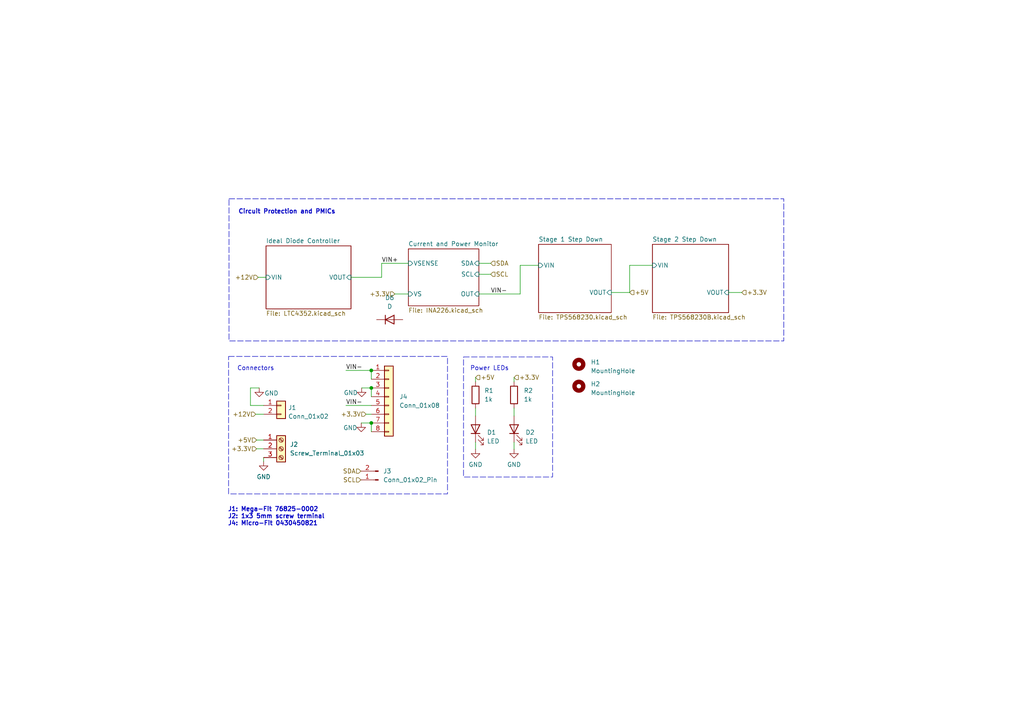
<source format=kicad_sch>
(kicad_sch (version 20240101) (generator "eeschema") (generator_version "8.99")
  (paper "A4")
  (title_block (title "Power Board") (date "2023-11-27") (rev "V2.0") (company "MUREX Robotics [Max Liu]") (comment 1 "// INNOVATION IS OUR OBSESSION.") (comment 2 "// THINK DIFFERENT, THINK MUREX.") (comment 3 "module designed for ROV applications and other 12V/5V/3.3V DC systems.") (comment 4 "The MUREX Power Board is the world's smallest open-source dual output, high power"))
  (lib_symbols
    (symbol "Connector:Conn_01x02_Pin" (pin_names (offset 1.016) hide)
      (property "Reference" "J" (at 0 2.54 0))
      (property "Value" "Conn_01x02_Pin" (at 0 -5.08 0))
      (symbol "Conn_01x02_Pin_1_1"
        (polyline (pts (xy 1.27 -2.54) (xy 0.8636 -2.54)) (stroke (width 0.1524)))
        (polyline (pts (xy 1.27 0) (xy 0.8636 0)) (stroke (width 0.1524)))
        (rectangle (start 0.8636 -2.413) (end 0 -2.667) (stroke (width 0.1524)) (fill (type outline)))
        (rectangle (start 0.8636 0.127) (end 0 -0.127) (stroke (width 0.1524)) (fill (type outline)))
        (pin passive line (at 5.08 0 180) (length 3.81) (name "Pin_1") (number "1"))
        (pin passive line (at 5.08 -2.54 180) (length 3.81) (name "Pin_2") (number "2"))
      )
    )
    (symbol "Connector:Screw_Terminal_01x03" (pin_names (offset 1.016) hide)
      (property "Reference" "J" (at 0 5.08 0))
      (property "Value" "Screw_Terminal_01x03" (at 0 -5.08 0))
      (symbol "Screw_Terminal_01x03_1_1"
        (rectangle (start -1.27 3.81) (end 1.27 -3.81) (stroke (width 0.254)) (fill (type background)))
        (circle (center 0 -2.54) (radius 0.635) (stroke (width 0.1524)))
        (polyline (pts (xy -0.5334 -2.2098) (xy 0.3302 -3.048)) (stroke (width 0.1524)))
        (polyline (pts (xy -0.5334 0.3302) (xy 0.3302 -0.508)) (stroke (width 0.1524)))
        (polyline (pts (xy -0.5334 2.8702) (xy 0.3302 2.032)) (stroke (width 0.1524)))
        (polyline (pts (xy -0.3556 -2.032) (xy 0.508 -2.8702)) (stroke (width 0.1524)))
        (polyline (pts (xy -0.3556 0.508) (xy 0.508 -0.3302)) (stroke (width 0.1524)))
        (polyline (pts (xy -0.3556 3.048) (xy 0.508 2.2098)) (stroke (width 0.1524)))
        (circle (center 0 0) (radius 0.635) (stroke (width 0.1524)))
        (circle (center 0 2.54) (radius 0.635) (stroke (width 0.1524)))
        (pin passive line (at -5.08 2.54 0) (length 3.81) (name "Pin_1") (number "1"))
        (pin passive line (at -5.08 0 0) (length 3.81) (name "Pin_2") (number "2"))
        (pin passive line (at -5.08 -2.54 0) (length 3.81) (name "Pin_3") (number "3"))
      )
    )
    (symbol "Connector_Generic:Conn_01x02" (pin_names (offset 1.016) hide)
      (property "Reference" "J" (at 0 2.54 0))
      (property "Value" "Conn_01x02" (at 0 -5.08 0))
      (symbol "Conn_01x02_1_1"
        (rectangle (start -1.27 -2.413) (end 0 -2.667) (stroke (width 0.1524)))
        (rectangle (start -1.27 0.127) (end 0 -0.127) (stroke (width 0.1524)))
        (rectangle (start -1.27 1.27) (end 1.27 -3.81) (stroke (width 0.254)) (fill (type background)))
        (pin passive line (at -5.08 0 0) (length 3.81) (name "Pin_1") (number "1"))
        (pin passive line (at -5.08 -2.54 0) (length 3.81) (name "Pin_2") (number "2"))
      )
    )
    (symbol "Connector_Generic:Conn_01x08" (pin_names (offset 1.016) hide)
      (property "Reference" "J" (at 0 10.16 0))
      (property "Value" "Conn_01x08" (at 0 -12.7 0))
      (symbol "Conn_01x08_1_1"
        (rectangle (start -1.27 -10.033) (end 0 -10.287) (stroke (width 0.1524)))
        (rectangle (start -1.27 -7.493) (end 0 -7.747) (stroke (width 0.1524)))
        (rectangle (start -1.27 -4.953) (end 0 -5.207) (stroke (width 0.1524)))
        (rectangle (start -1.27 -2.413) (end 0 -2.667) (stroke (width 0.1524)))
        (rectangle (start -1.27 0.127) (end 0 -0.127) (stroke (width 0.1524)))
        (rectangle (start -1.27 2.667) (end 0 2.413) (stroke (width 0.1524)))
        (rectangle (start -1.27 5.207) (end 0 4.953) (stroke (width 0.1524)))
        (rectangle (start -1.27 7.747) (end 0 7.493) (stroke (width 0.1524)))
        (rectangle (start -1.27 8.89) (end 1.27 -11.43) (stroke (width 0.254)) (fill (type background)))
        (pin passive line (at -5.08 7.62 0) (length 3.81) (name "Pin_1") (number "1"))
        (pin passive line (at -5.08 5.08 0) (length 3.81) (name "Pin_2") (number "2"))
        (pin passive line (at -5.08 2.54 0) (length 3.81) (name "Pin_3") (number "3"))
        (pin passive line (at -5.08 0 0) (length 3.81) (name "Pin_4") (number "4"))
        (pin passive line (at -5.08 -2.54 0) (length 3.81) (name "Pin_5") (number "5"))
        (pin passive line (at -5.08 -5.08 0) (length 3.81) (name "Pin_6") (number "6"))
        (pin passive line (at -5.08 -7.62 0) (length 3.81) (name "Pin_7") (number "7"))
        (pin passive line (at -5.08 -10.16 0) (length 3.81) (name "Pin_8") (number "8"))
      )
    )
    (symbol "Device:D" (pin_numbers hide) (pin_names (offset 1.016) hide)
      (property "Reference" "D" (at 0 2.54 0))
      (property "Value" "D" (at 0 -2.54 0))
      (symbol "D_0_1"
        (polyline (pts (xy -1.27 1.27) (xy -1.27 -1.27)) (stroke (width 0.254)))
        (polyline (pts (xy 1.27 0) (xy -1.27 0)))
        (polyline (pts (xy 1.27 1.27) (xy 1.27 -1.27) (xy -1.27 0) (xy 1.27 1.27)) (stroke (width 0.254)))
      )
      (symbol "D_1_1"
        (pin passive line (at -3.81 0 0) (length 2.54) (name "K") (number "1"))
        (pin passive line (at 3.81 0 180) (length 2.54) (name "A") (number "2"))
      )
    )
    (symbol "Device:LED" (pin_numbers hide) (pin_names (offset 1.016) hide)
      (property "Reference" "D" (at 0 2.54 0))
      (property "Value" "LED" (at 0 -2.54 0))
      (symbol "LED_0_1"
        (polyline (pts (xy -1.27 -1.27) (xy -1.27 1.27)) (stroke (width 0.254)))
        (polyline (pts (xy -1.27 0) (xy 1.27 0)))
        (polyline (pts (xy 1.27 -1.27) (xy 1.27 1.27) (xy -1.27 0) (xy 1.27 -1.27)) (stroke (width 0.254)))
        (polyline (pts (xy -3.048 -0.762) (xy -4.572 -2.286) (xy -3.81 -2.286) (xy -4.572 -2.286) (xy -4.572 -1.524)))
        (polyline (pts (xy -1.778 -0.762) (xy -3.302 -2.286) (xy -2.54 -2.286) (xy -3.302 -2.286) (xy -3.302 -1.524)))
      )
      (symbol "LED_1_1"
        (pin passive line (at -3.81 0 0) (length 2.54) (name "K") (number "1"))
        (pin passive line (at 3.81 0 180) (length 2.54) (name "A") (number "2"))
      )
    )
    (symbol "Device:R" (pin_numbers hide) (pin_names (offset 0))
      (property "Reference" "R" (at 2.032 0 90))
      (property "Value" "R" (at 0 0 90))
      (symbol "R_0_1"
        (rectangle (start -1.016 -2.54) (end 1.016 2.54) (stroke (width 0.254)))
      )
      (symbol "R_1_1"
        (pin passive line (at 0 3.81 270) (length 1.27) (name "~") (number "1"))
        (pin passive line (at 0 -3.81 90) (length 1.27) (name "~") (number "2"))
      )
    )
    (symbol "Mechanical:MountingHole" (pin_names (offset 1.016))
      (property "Reference" "H" (at 0 5.08 0))
      (property "Value" "MountingHole" (at 0 3.175 0))
      (symbol "MountingHole_0_1"
        (circle (center 0 0) (radius 1.27) (stroke (width 1.27)))
      )
    )
    (symbol "power:GND" (power) (pin_names (offset 0))
      (property "Value" "GND" (at 0 -3.81 0))
      (symbol "GND_0_1"
        (polyline (pts (xy 0 0) (xy 0 -1.27) (xy 1.27 -1.27) (xy 0 -2.54) (xy -1.27 -1.27) (xy 0 -1.27)))
      )
      (symbol "GND_1_1"
        (pin power_in line (at 0 0 270) (length 0) hide (name "GND") (number "1"))
      )
    )
  )
  (junction (at 107.696 122.682))
  (junction (at 107.696 112.522))
  (junction (at 107.696 107.442))
  (wire (pts (xy 211.328 84.836) (xy 215.138 84.836)))
  (wire (pts (xy 101.8032 80.4418) (xy 110.6932 80.4418)))
  (wire (pts (xy 107.696 107.442) (xy 107.696 109.982)))
  (wire (pts (xy 137.922 118.364) (xy 137.922 120.65)))
  (wire (pts (xy 110.6932 80.4418) (xy 110.6932 76.3778)))
  (wire (pts (xy 72.644 117.602) (xy 72.644 112.522)))
  (wire (pts (xy 182.626 84.836) (xy 182.626 76.962)))
  (wire (pts (xy 150.876 76.962) (xy 150.876 85.2678)))
  (wire (pts (xy 104.775 122.682) (xy 107.696 122.682)))
  (wire (pts (xy 137.922 128.27) (xy 137.922 130.302)))
  (wire (pts (xy 149.098 109.474) (xy 149.098 110.744)))
  (wire (pts (xy 76.454 132.715) (xy 76.454 133.858)))
  (wire (pts (xy 107.696 112.522) (xy 107.696 115.062)))
  (wire (pts (xy 138.8872 76.3778) (xy 142.3162 76.3778)))
  (wire (pts (xy 138.8872 85.2678) (xy 150.876 85.2678)))
  (wire (pts (xy 150.876 76.962) (xy 156.21 76.962)))
  (wire (pts (xy 104.902 112.522) (xy 107.696 112.522)))
  (wire (pts (xy 149.098 118.364) (xy 149.098 120.65)))
  (wire (pts (xy 138.8872 79.5528) (xy 142.3162 79.5528)))
  (wire (pts (xy 149.098 128.27) (xy 149.098 130.302)))
  (wire (pts (xy 74.8792 80.4418) (xy 77.1652 80.4418)))
  (wire (pts (xy 74.422 130.175) (xy 76.454 130.175)))
  (wire (pts (xy 114.5032 85.2678) (xy 118.4402 85.2678)))
  (wire (pts (xy 106.172 120.142) (xy 107.696 120.142)))
  (wire (pts (xy 137.922 109.474) (xy 137.922 110.744)))
  (wire (pts (xy 100.33 117.602) (xy 107.696 117.602)))
  (wire (pts (xy 74.168 120.142) (xy 76.454 120.142)))
  (wire (pts (xy 107.696 122.682) (xy 107.696 125.222)))
  (wire (pts (xy 100.33 107.442) (xy 107.696 107.442)))
  (wire (pts (xy 182.626 76.962) (xy 189.23 76.962)))
  (wire (pts (xy 177.292 84.836) (xy 182.626 84.836)))
  (wire (pts (xy 72.644 117.602) (xy 76.454 117.602)))
  (wire (pts (xy 72.644 112.522) (xy 75.184 112.522)))
  (wire (pts (xy 110.6932 76.3778) (xy 118.4402 76.3778)))
  (wire (pts (xy 74.422 127.635) (xy 76.454 127.635)))
  (rectangle (start 66.421 57.658) (end 227.33 98.8822) (stroke (width 0) (type dash)))
  (rectangle (start 66.294 103.378) (end 129.794 143.256) (stroke (width 0) (type dash)))
  (rectangle (start 134.4422 103.5304) (end 160.274 138.3538) (stroke (width 0) (type dash)))
  (text "Power LEDs" (at 141.986 106.934 0) (effects (font (size 1.27 1.27))))
  (text "J1: Mega-Fit 76825-0002\nJ2: 1x3 5mm screw terminal\nJ4: Micro-Fit 0430450821" (at 66.04 152.654 0) (effects (font (size 1.27 1.27) (thickness 0.254) (bold yes)) (justify left bottom)))
  (text "Circuit Protection and PMICs" (at 69.088 62.23 0) (effects (font (size 1.27 1.27) (thickness 0.254) (bold yes)) (justify left bottom)))
  (text "Connectors" (at 74.168 106.934 0) (effects (font (size 1.27 1.27))))
  (label "VIN+" (at 110.6932 76.3778 0))
  (label "VIN-" (at 142.3162 85.2678 0))
  (label "VIN-" (at 100.33 107.442 0))
  (label "VIN-" (at 100.33 117.602 0))
  (hierarchical_label "SDA" (shape input) (at 104.648 136.652 180))
  (hierarchical_label "+12V" (shape input) (at 74.8792 80.4418 180))
  (hierarchical_label "+5V" (shape input) (at 182.626 84.836 0))
  (hierarchical_label "+5V" (shape input) (at 137.922 109.474 0))
  (hierarchical_label "+3.3V" (shape input) (at 215.138 84.836 0))
  (hierarchical_label "SCL" (shape input) (at 142.3162 79.5528 0))
  (hierarchical_label "+3.3V" (shape input) (at 114.5032 85.2678 180))
  (hierarchical_label "SCL" (shape input) (at 104.648 139.192 180))
  (hierarchical_label "+3.3V" (shape input) (at 106.172 120.142 180))
  (hierarchical_label "+5V" (shape input) (at 74.422 127.635 180))
  (hierarchical_label "+12V" (shape input) (at 74.168 120.142 180))
  (hierarchical_label "SDA" (shape input) (at 142.3162 76.3778 0))
  (hierarchical_label "+3.3V" (shape input) (at 74.422 130.175 180))
  (hierarchical_label "+3.3V" (shape input) (at 149.098 109.474 0))
  (symbol (lib_id "power:GND") (at 75.184 112.522 0) (unit 1)
    (property "Reference" "#PWR01" (effects (hide yes)))
    (property "Value" "GND" (at 78.74 114.046 0))
    (property "Description" "Power symbol creates a global label with name \"GND\" , ground" (effects (hide yes)))
  )
  (symbol (lib_id "Device:LED") (at 149.098 124.46 90) (unit 1)
    (property "Reference" "D2" (at 152.4 125.4125 90) (effects (justify right)))
    (property "Value" "LED" (at 152.4 127.9525 90) (effects (justify right)))
    (property "Footprint" "LED_SMD:LED_0603_1608Metric" (effects (hide yes)))
    (property "Description" "Light emitting diode" (effects (hide yes)))
  )
  (symbol (lib_id "Connector_Generic:Conn_01x08") (at 112.776 115.062 0) (unit 1)
    (property "Reference" "J4" (at 115.824 115.062 0) (effects (justify left)))
    (property "Value" "Conn_01x08" (at 115.824 117.602 0) (effects (justify left)))
    (property "Footprint" "Power:CON_430450821_MOL" (effects (hide yes)))
    (property "Description" "Generic connector, single row, 01x08, script generated (kicad-library-utils/schlib/autogen/connector/)" (effects (hide yes)))
  )
  (symbol (lib_id "Connector:Screw_Terminal_01x03") (at 81.534 130.175 0) (unit 1)
    (property "Reference" "J2" (at 84.074 128.905 0) (effects (justify left)))
    (property "Value" "Screw_Terminal_01x03" (at 84.074 131.445 0) (effects (justify left)))
    (property "Footprint" "TerminalBlock_Phoenix:TerminalBlock_Phoenix_MKDS-1,5-3_1x03_P5.00mm_Horizontal" (effects (hide yes)))
    (property "Description" "Generic screw terminal, single row, 01x03, script generated (kicad-library-utils/schlib/autogen/connector/)" (effects (hide yes)))
  )
  (symbol (lib_id "Mechanical:MountingHole") (at 167.894 112.014 0) (unit 1)
    (property "Reference" "H2" (at 171.323 111.379 0) (effects (justify left)))
    (property "Value" "MountingHole" (at 171.323 113.919 0) (effects (justify left)))
    (property "Footprint" "MountingHole:MountingHole_3.2mm_M3" (effects (hide yes)))
    (property "Description" "Mounting Hole without connection" (effects (hide yes)))
  )
  (symbol (lib_id "power:GND") (at 137.922 130.302 0) (unit 1)
    (property "Reference" "#PWR05" (effects (hide yes)))
    (property "Value" "GND" (at 137.922 134.747 0))
    (property "Description" "Power symbol creates a global label with name \"GND\" , ground" (effects (hide yes)))
  )
  (symbol (lib_id "power:GND") (at 104.902 112.522 0) (unit 1)
    (property "Reference" "#PWR04" (effects (hide yes)))
    (property "Value" "GND" (at 101.727 113.919 0))
    (property "Description" "Power symbol creates a global label with name \"GND\" , ground" (effects (hide yes)))
  )
  (symbol (lib_id "power:GND") (at 76.454 133.858 0) (unit 1)
    (property "Reference" "#PWR02" (effects (hide yes)))
    (property "Value" "GND" (at 76.454 138.303 0))
    (property "Description" "Power symbol creates a global label with name \"GND\" , ground" (effects (hide yes)))
  )
  (symbol (lib_id "Device:LED") (at 137.922 124.46 90) (unit 1)
    (property "Reference" "D1" (at 141.224 125.4125 90) (effects (justify right)))
    (property "Value" "LED" (at 141.224 127.9525 90) (effects (justify right)))
    (property "Footprint" "LED_SMD:LED_0603_1608Metric" (effects (hide yes)))
    (property "Description" "Light emitting diode" (effects (hide yes)))
  )
  (symbol (lib_id "power:GND") (at 149.098 130.302 0) (unit 1)
    (property "Reference" "#PWR06" (effects (hide yes)))
    (property "Value" "GND" (at 149.098 134.747 0))
    (property "Description" "Power symbol creates a global label with name \"GND\" , ground" (effects (hide yes)))
  )
  (symbol (lib_id "Device:R") (at 149.098 114.554 0) (unit 1)
    (property "Reference" "R2" (at 151.892 113.284 0) (effects (justify left)))
    (property "Value" "1k" (at 151.892 115.824 0) (effects (justify left)))
    (property "Footprint" "Resistor_SMD:R_0603_1608Metric" (effects (hide yes)))
    (property "Description" "Resistor" (effects (hide yes)))
  )
  (symbol (lib_id "Connector:Conn_01x02_Pin") (at 109.728 139.192 180) (unit 1)
    (property "Reference" "J3" (at 111.125 136.652 0) (effects (justify right)))
    (property "Value" "Conn_01x02_Pin" (at 111.125 139.192 0) (effects (justify right)))
    (property "Footprint" "Connector_PinHeader_2.54mm:PinHeader_1x02_P2.54mm_Vertical" (effects (hide yes)))
    (property "Description" "Generic connector, single row, 01x02, script generated" (effects (hide yes)))
  )
  (symbol (lib_id "Mechanical:MountingHole") (at 167.894 105.664 0) (unit 1)
    (property "Reference" "H1" (at 171.323 105.029 0) (effects (justify left)))
    (property "Value" "MountingHole" (at 171.323 107.569 0) (effects (justify left)))
    (property "Footprint" "MountingHole:MountingHole_3.2mm_M3" (effects (hide yes)))
    (property "Description" "Mounting Hole without connection" (effects (hide yes)))
  )
  (symbol (lib_id "power:GND") (at 104.775 122.682 0) (unit 1)
    (property "Reference" "#PWR03" (effects (hide yes)))
    (property "Value" "GND" (at 101.6 124.079 0))
    (property "Description" "Power symbol creates a global label with name \"GND\" , ground" (effects (hide yes)))
  )
  (symbol (lib_id "Connector_Generic:Conn_01x02") (at 81.534 117.602 0) (unit 1)
    (property "Reference" "J1" (at 83.566 118.237 0) (effects (justify left)))
    (property "Value" "Conn_01x02" (at 83.566 120.777 0) (effects (justify left)))
    (property "Footprint" "Connector_Molex:Molex_Mega-Fit_76825-0002_2x01_P5.70mm_Horizontal" (effects (hide yes)))
    (property "Description" "Generic connector, single row, 01x02, script generated (kicad-library-utils/schlib/autogen/connector/)" (effects (hide yes)))
  )
  (symbol (lib_id "Device:R") (at 137.922 114.554 0) (unit 1)
    (property "Reference" "R1" (at 140.462 113.284 0) (effects (justify left)))
    (property "Value" "1k" (at 140.462 115.824 0) (effects (justify left)))
    (property "Footprint" "Resistor_SMD:R_0603_1608Metric" (effects (hide yes)))
    (property "Description" "Resistor" (effects (hide yes)))
  )
  (symbol (lib_id "Device:D") (at 113.03 92.71 0) (unit 1)
    (property "Reference" "D6" (at 113.03 86.36 0))
    (property "Value" "D" (at 113.03 88.9 0))
    (property "Description" "Diode" (effects (hide yes)))
    (property "Sim.Device" "D" (effects (hide yes)))
    (property "Sim.Pins" "1=K 2=A" (effects (hide yes)))
  )
  (sheet (at 118.4402 72.1868) (size 20.447 16.51) (stroke (width 0.1524))
    (property "Sheetname" "Current and Power Monitor" (at 118.4402 71.4752 0) (effects (justify left bottom)))
    (property "Sheetfile" "INA226.kicad_sch" (at 118.4402 89.2814 0) (effects (justify left top)))
    (pin "SDA" input (at 138.8872 76.3778 0))
    (pin "SCL" input (at 138.8872 79.5528 0))
    (pin "VSENSE" input (at 118.4402 76.3778 180))
    (pin "OUT" input (at 138.8872 85.2678 0))
    (pin "VS" input (at 118.4402 85.2678 180))
  )
  (sheet (at 77.1652 71.2978) (size 24.638 18.288) (stroke (width 0.1524))
    (property "Sheetname" "Ideal Diode Controller" (at 77.1652 70.5862 0) (effects (justify left bottom)))
    (property "Sheetfile" "LTC4352.kicad_sch" (at 77.1652 90.1704 0) (effects (justify left top)))
    (pin "VIN" input (at 77.1652 80.4418 180))
    (pin "VOUT" input (at 101.8032 80.4418 0))
  )
  (sheet (at 156.21 70.866) (size 21.082 19.812) (stroke (width 0.1524))
    (property "Sheetname" "Stage 1 Step Down" (at 156.21 70.1544 0) (effects (justify left bottom)))
    (property "Sheetfile" "TPS568230.kicad_sch" (at 156.21 91.2626 0) (effects (justify left top)))
    (pin "VIN" input (at 156.21 76.962 180))
    (pin "VOUT" input (at 177.292 84.836 0))
  )
  (sheet (at 189.23 70.866) (size 22.098 19.812) (stroke (width 0.1524))
    (property "Sheetname" "Stage 2 Step Down" (at 189.23 70.1544 0) (effects (justify left bottom)))
    (property "Sheetfile" "TPS568230B.kicad_sch" (at 189.23 91.2626 0) (effects (justify left top)))
    (pin "VIN" input (at 189.23 76.962 180))
    (pin "VOUT" input (at 211.328 84.836 0))
  )
)
</source>
